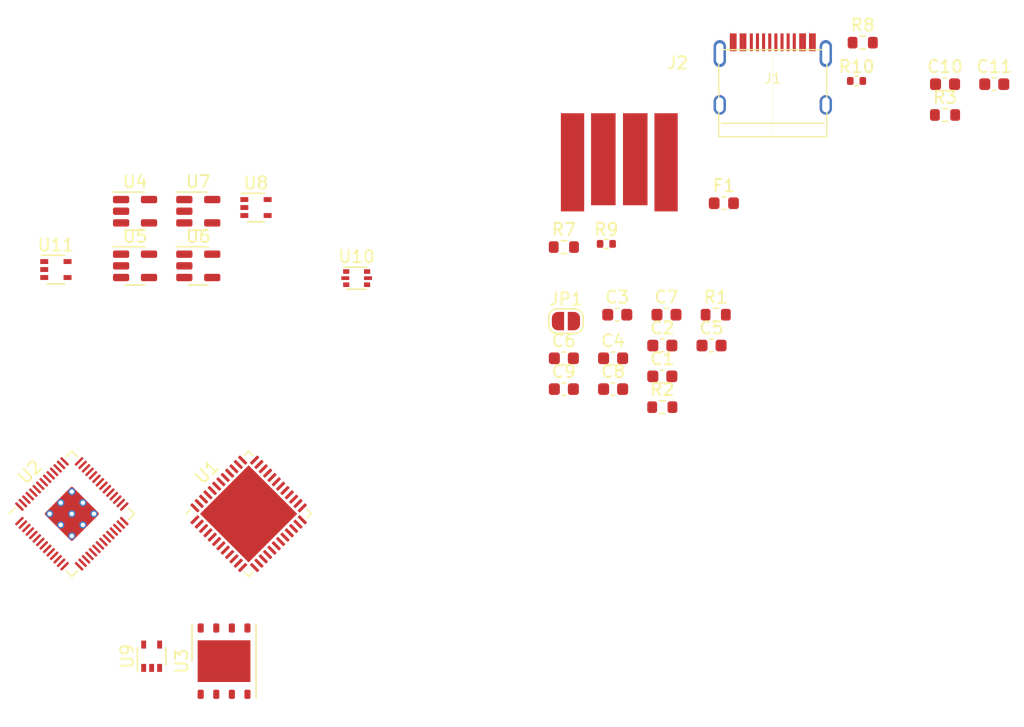
<source format=kicad_pcb>
(kicad_pcb (version 20211014) (generator pcbnew)
  (layers (0 "F.Cu" signal) (1 "In1.Cu" signal) (2 "In2.Cu" signal) (31 "B.Cu" signal) (34 "B.Paste" user) (35 "F.Paste" user) (36 "B.SilkS" user "B.Silkscreen") (37 "F.SilkS" user "F.Silkscreen") (38 "B.Mask" user) (39 "F.Mask" user) (44 "Edge.Cuts" user))
  (net 0 "")
  (net 1 "+3V3")
  (net 2 "GND")
  (net 3 "/iCE40/R2IAV")
  (net 4 "/iCE40/R2IST")
  (net 5 "+2V5")
  (net 6 "/iCE40/I2RAV")
  (net 7 "+1V8")
  (net 9 "+1V2")
  (net 10 "/RP2040/CDONE")
  (net 11 "/Flash/SPI_ICE_SD1")
  (net 12 "/Flash/SPI_CLK_ICE")
  (net 13 "/Flash/SPI_~{CS}_ICE")
  (net 14 "/Flash/SPI_ICE_SD0")
  (net 15 "/RP2040/DQ1")
  (net 16 "/RP2040/DQ0")
  (net 17 "/RP2040/DQ3")
  (net 18 "/RP2040/DQ2")
  (net 19 "/RP2040/DQ4")
  (net 20 "/RP2040/DQ5")
  (net 21 "/RP2040/DQ6")
  (net 22 "/RP2040/DQ7")
  (net 23 "/IO/ICELED0")
  (net 24 "/IO/ICELED1")
  (net 25 "/IO/ICELED2")
  (net 26 "/iCE40/I2RST")
  (net 27 "/Flash/SPI_~{CS}_~{EN}")
  (net 28 "/RP2040/DP")
  (net 29 "/RP2040/DM")
  (net 30 "/IO/RPADC3")
  (net 31 "/IO/RPADC2")
  (net 32 "/IO/RPADC1")
  (net 33 "/IO/RPADC0")
  (net 34 "/IO/RX")
  (net 35 "/IO/TX")
  (net 36 "/IO/~{RESET}")
  (net 37 "/IO/SWDIO")
  (net 38 "/IO/SWCLK")
  (net 39 "/RP2040/I2RST")
  (net 40 "/RP2040/I2RAV")
  (net 41 "/RP2040/R2IST")
  (net 42 "/RP2040/R2IAV")
  (net 43 "VBUS")
  (net 44 "/RP2040/~{CRESET}")
  (net 45 "/Power supplies/~{OC}DET")
  (net 46 "/Power supplies/3V3PROTO")
  (net 47 "/Power supplies/V12GOOD")
  (net 48 "/Power supplies/V33GD")
  (net 49 "/IO/RPIO6")
  (net 50 "/IO/RPIO5")
  (net 51 "/IO/RPIO4")
  (net 52 "/IO/RPIO3")
  (net 53 "/IO/RPIO2")
  (net 54 "/IO/RPIO1")
  (net 55 "/IO/RPIO0")
  (net 56 "/IO/RPLED1")
  (net 57 "/IO/RPLED0")
  (net 58 "/RP2040/DVDD")
  (net 59 "/RP2040/VREG_OUT")
  (net 60 "/RP2040/VREG_IN")
  (net 61 "/RP2040/XOUT")
  (net 62 "/RP2040/XIN")
  (net 63 "/RP2040/IOVDD")
  (net 64 "/RP2040/USB_VDD")
  (net 65 "/RP2040/ADC_VDD")
  (net 67 "/iCE40/ICEIO0")
  (net 68 "/iCE40/ICEIO2")
  (net 69 "/iCE40/ICEIO5")
  (net 70 "/iCE40/ICEIO4")
  (net 71 "/iCE40/ICEIO3")
  (net 72 "/iCE40/ICEIO1")
  (net 73 "/iCE40/ICELVIO1")
  (net 75 "/iCE40/ICELVIO0")
  (net 76 "/iCE40/ICELVIO3")
  (net 77 "/iCE40/ICELVIO2")
  (net 78 "/iCE40/ICELVIO4")
  (net 79 "/iCE40/VCCPLL")
  (net 80 "/iCE40/ICELVIO5")
  (net 81 "/iCE40/ICELVIO6")
  (net 82 "/iCE40/VDD_LVIO")
  (net 83 "/iCE40/ICELVIO7")
  (net 84 "/iCE40/ICELVIO9")
  (net 85 "/iCE40/ICELVIO10")
  (net 86 "/iCE40/ICELVIO8")
  (net 87 "/iCE40/ICELVIO12")
  (net 88 "/iCE40/ICELVIO13")
  (net 89 "/iCE40/ICELVIO11")
  (net 90 "/iCE40/ICERST")
  (net 91 "/Flash/~{CS}")
  (net 92 "Net-(R9-Pad1)")
  (net 93 "/Flash/SPI_RP_SD2")
  (net 94 "/Flash/SPI_RP_SD3")
  (net 95 "/Power supplies/V33GOOD")
  (net 96 "/USB connector/D+")
  (net 97 "/USB connector/D-")
  (net 98 "/USB connector/VUSB")
  (net 99 "/USB connector/CC1")
  (net 101 "/USB connector/CC2")
  (net 103 "Net-(R10-Pad1)")
  (footprint "Package_DFN_QFN:QFN-48-1EP_7x7mm_P0.5mm_EP5.6x5.6mm" (layer "F.Cu") (at 129.4 94.3 45)
    (fp_text reference "U1" (at 0 -4.82 45) (layer "F.SilkS"))
    (fp_text value "ICE5LP1K-SG48")
    (fp_line (start 3.61 -3.61) (end 3.61 -3.135) (layer "F.SilkS") (width 0.12))
    (fp_line (start 3.61 3.61) (end 3.61 3.135) (layer "F.SilkS") (width 0.12))
    (fp_line (start 3.135 -3.61) (end 3.61 -3.61) (layer "F.SilkS") (width 0.12))
    (fp_line (start -3.135 -3.61) (end -3.61 -3.61) (layer "F.SilkS") (width 0.12))
    (fp_line (start -3.135 3.61) (end -3.61 3.61) (layer "F.SilkS") (width 0.12))
    (fp_line (start -3.61 3.61) (end -3.61 3.135) (layer "F.SilkS") (width 0.12))
    (fp_line (start 3.135 3.61) (end 3.61 3.61) (layer "F.SilkS") (width 0.12))
    (pad "1" smd roundrect (at -3.4375 -2.75 45) (size 0.875 0.25) (layers "F.Cu" "F.Paste" "F.Mask") (net 1 "+3V3"))
    (pad "2" smd roundrect (at -3.4375 -2.25 45) (size 0.875 0.25) (layers "F.Cu" "F.Paste" "F.Mask") (net 18 "/RP2040/DQ2"))
    (pad "3" smd roundrect (at -3.4375 -1.75 45) (size 0.875 0.25) (layers "F.Cu" "F.Paste" "F.Mask") (net 15 "/RP2040/DQ1"))
    (pad "4" smd roundrect (at -3.4375 -1.25 45) (size 0.875 0.25) (layers "F.Cu" "F.Paste" "F.Mask") (net 16 "/RP2040/DQ0"))
    (pad "5" smd roundrect (at -3.4375 -0.75 45) (size 0.875 0.25) (layers "F.Cu" "F.Paste" "F.Mask") (net 9 "+1V2"))
    (pad "6" smd roundrect (at -3.4375 -0.25 45) (size 0.875 0.25) (layers "F.Cu" "F.Paste" "F.Mask") (net 3 "/iCE40/R2IAV"))
    (pad "7" smd roundrect (at -3.4375 0.25 45) (size 0.875 0.25) (layers "F.Cu" "F.Paste" "F.Mask") (net 10 "/RP2040/CDONE"))
    (pad "8" smd roundrect (at -3.4375 0.75 45) (size 0.875 0.25) (layers "F.Cu" "F.Paste" "F.Mask") (net 90 "/iCE40/ICERST"))
    (pad "9" smd roundrect (at -3.4375 1.25 45) (size 0.875 0.25) (layers "F.Cu" "F.Paste" "F.Mask") (net 4 "/iCE40/R2IST"))
    (pad "10" smd roundrect (at -3.4375 1.75 45) (size 0.875 0.25) (layers "F.Cu" "F.Paste" "F.Mask") (net 6 "/iCE40/I2RAV"))
    (pad "11" smd roundrect (at -3.4375 2.25 45) (size 0.875 0.25) (layers "F.Cu" "F.Paste" "F.Mask") (net 26 "/iCE40/I2RST"))
    (pad "12" smd roundrect (at -3.4375 2.75 45) (size 0.875 0.25) (layers "F.Cu" "F.Paste" "F.Mask") (net 67 "/iCE40/ICEIO0"))
    (pad "13" smd roundrect (at -2.75 3.4375 45) (size 0.25 0.875) (layers "F.Cu" "F.Paste" "F.Mask") (net 72 "/iCE40/ICEIO1"))
    (pad "14" smd roundrect (at -2.25 3.4375 45) (size 0.25 0.875) (layers "F.Cu" "F.Paste" "F.Mask") (net 11 "/Flash/SPI_ICE_SD1"))
    (pad "15" smd roundrect (at -1.75 3.4375 45) (size 0.25 0.875) (layers "F.Cu" "F.Paste" "F.Mask") (net 12 "/Flash/SPI_CLK_ICE"))
    (pad "16" smd roundrect (at -1.25 3.4375 45) (size 0.25 0.875) (layers "F.Cu" "F.Paste" "F.Mask") (net 13 "/Flash/SPI_~{CS}_ICE"))
    (pad "17" smd roundrect (at -0.75 3.4375 45) (size 0.25 0.875) (layers "F.Cu" "F.Paste" "F.Mask") (net 14 "/Flash/SPI_ICE_SD0"))
    (pad "18" smd roundrect (at -0.25 3.4375 45) (size 0.25 0.875) (layers "F.Cu" "F.Paste" "F.Mask") (net 68 "/iCE40/ICEIO2"))
    (pad "19" smd roundrect (at 0.25 3.4375 45) (size 0.25 0.875) (layers "F.Cu" "F.Paste" "F.Mask") (net 71 "/iCE40/ICEIO3"))
    (pad "20" smd roundrect (at 0.75 3.4375 45) (size 0.25 0.875) (layers "F.Cu" "F.Paste" "F.Mask") (net 70 "/iCE40/ICEIO4"))
    (pad "21" smd roundrect (at 1.25 3.4375 45) (size 0.25 0.875) (layers "F.Cu" "F.Paste" "F.Mask") (net 69 "/iCE40/ICEIO5"))
    (pad "22" smd roundrect (at 1.75 3.4375 45) (size 0.25 0.875) (layers "F.Cu" "F.Paste" "F.Mask") (net 1 "+3V3"))
    (pad "23" smd roundrect (at 2.25 3.4375 45) (size 0.25 0.875) (layers "F.Cu" "F.Paste" "F.Mask") (net 75 "/iCE40/ICELVIO0"))
    (pad "24" smd roundrect (at 2.75 3.4375 45) (size 0.25 0.875) (layers "F.Cu" "F.Paste" "F.Mask") (net 5 "+2V5"))
    (pad "25" smd roundrect (at 3.4375 2.75 45) (size 0.875 0.25) (layers "F.Cu" "F.Paste" "F.Mask") (net 73 "/iCE40/ICELVIO1"))
    (pad "26" smd roundrect (at 3.4375 2.25 45) (size 0.875 0.25) (layers "F.Cu" "F.Paste" "F.Mask") (net 77 "/iCE40/ICELVIO2"))
    (pad "27" smd roundrect (at 3.4375 1.75 45) (size 0.875 0.25) (layers "F.Cu" "F.Paste" "F.Mask") (net 76 "/iCE40/ICELVIO3"))
    (pad "28" smd roundrect (at 3.4375 1.25 45) (size 0.875 0.25) (layers "F.Cu" "F.Paste" "F.Mask") (net 78 "/iCE40/ICELVIO4"))
    (pad "29" smd roundrect (at 3.4375 0.75 45) (size 0.875 0.25) (layers "F.Cu" "F.Paste" "F.Mask") (net 79 "/iCE40/VCCPLL"))
    (pad "30" smd roundrect (at 3.4375 0.25 45) (size 0.875 0.25) (layers "F.Cu" "F.Paste" "F.Mask") (net 9 "+1V2"))
    (pad "31" smd roundrect (at 3.4375 -0.25 45) (size 0.875 0.25) (layers "F.Cu" "F.Paste" "F.Mask") (net 80 "/iCE40/ICELVIO5"))
    (pad "32" smd roundrect (at 3.4375 -0.75 45) (size 0.875 0.25) (layers "F.Cu" "F.Paste" "F.Mask") (net 81 "/iCE40/ICELVIO6"))
    (pad "33" smd roundrect (at 3.4375 -1.25 45) (size 0.875 0.25) (layers "F.Cu" "F.Paste" "F.Mask") (net 82 "/iCE40/VDD_LVIO"))
    (pad "34" smd roundrect (at 3.4375 -1.75 45) (size 0.875 0.25) (layers "F.Cu" "F.Paste" "F.Mask") (net 83 "/iCE40/ICELVIO7"))
    (pad "35" smd roundrect (at 3.4375 -2.25 45) (size 0.875 0.25) (layers "F.Cu" "F.Paste" "F.Mask") (net 86 "/iCE40/ICELVIO8"))
    (pad "36" smd roundrect (at 3.4375 -2.75 45) (size 0.875 0.25) (layers "F.Cu" "F.Paste" "F.Mask") (net 84 "/iCE40/ICELVIO9"))
    (pad "37" smd roundrect (at 2.75 -3.4375 45) (size 0.25 0.875) (layers "F.Cu" "F.Paste" "F.Mask") (net 85 "/iCE40/ICELVIO10"))
    (pad "38" smd roundrect (at 2.25 -3.4375 45) (size 0.25 0.875) (layers "F.Cu" "F.Paste" "F.Mask") (net 89 "/iCE40/ICELVIO11"))
    (pad "39" smd roundrect (at 1.75 -3.4375 45) (size 0.25 0.875) (layers "F.Cu" "F.Paste" "F.Mask") (net 23 "/IO/ICELED0"))
    (pad "40" smd roundrect (at 1.25 -3.4375 45) (size 0.25 0.875) (layers "F.Cu" "F.Paste" "F.Mask") (net 24 "/IO/ICELED1"))
    (pad "41" smd roundrect (at 0.75 -3.4375 45) (size 0.25 0.875) (layers "F.Cu" "F.Paste" "F.Mask") (net 25 "/IO/ICELED2"))
    (pad "42" smd roundrect (at 0.25 -3.4375 45) (size 0.25 0.875) (layers "F.Cu" "F.Paste" "F.Mask") (net 87 "/iCE40/ICELVIO12"))
    (pad "43" smd roundrect (at -0.25 -3.4375 45) (size 0.25 0.875) (layers "F.Cu" "F.Paste" "F.Mask") (net 88 "/iCE40/ICELVIO13"))
    (pad "44" smd roundrect (at -0.75 -3.4375 45) (size 0.25 0.875) (layers "F.Cu" "F.Paste" "F.Mask") (net 22 "/RP2040/DQ7"))
    (pad "45" smd roundrect (at -1.25 -3.4375 45) (size 0.25 0.875) (layers "F.Cu" "F.Paste" "F.Mask") (net 21 "/RP2040/DQ6"))
    (pad "46" smd roundrect (at -1.75 -3.4375 45) (size 0.25 0.875) (layers "F.Cu" "F.Paste" "F.Mask") (net 20 "/RP2040/DQ5"))
    (pad "47" smd roundrect (at -2.25 -3.4375 45) (size 0.25 0.875) (layers "F.Cu" "F.Paste" "F.Mask") (net 19 "/RP2040/DQ4"))
    (pad "48" smd roundrect (at -2.75 -3.4375 45) (size 0.25 0.875) (layers "F.Cu" "F.Paste" "F.Mask") (net 17 "/RP2040/DQ3"))
    (pad "49" smd rect (at 0 0 45) (size 5.6 5.6) (layers "F.Cu" "F.Mask") (net 2 "GND"))
  )
  (footprint "Resistor_SMD:R_0603_1608Metric" (layer "F.Cu") (at 167.45 78.08)
    (fp_text reference "R1" (at 0 -1.43) (layer "F.SilkS"))
    (fp_text value "47k")
    (fp_line (start -0.237258 -0.5225) (end 0.237258 -0.5225) (layer "F.SilkS") (width 0.12))
    (fp_line (start -0.237258 0.5225) (end 0.237258 0.5225) (layer "F.SilkS") (width 0.12))
    (pad "1" smd roundrect (at -0.825 0) (size 0.8 0.95) (layers "F.Cu" "F.Paste" "F.Mask") (net 43 "VBUS"))
    (pad "2" smd roundrect (at 0.825 0) (size 0.8 0.95) (layers "F.Cu" "F.Paste" "F.Mask") (net 45 "/Power supplies/~{OC}DET"))
  )
  (footprint "Package_TO_SOT_SMD:SOT-23-5" (layer "F.Cu") (at 120.15 74.1)
    (fp_text reference "U5" (at 0 -2.4) (layer "F.SilkS"))
    (fp_text value "AP2171W")
    (fp_line (start 0 1.56) (end -0.8 1.56) (layer "F.SilkS") (width 0.12))
    (fp_line (start 0 -1.56) (end -1.8 -1.56) (layer "F.SilkS") (width 0.12))
    (fp_line (start 0 1.56) (end 0.8 1.56) (layer "F.SilkS") (width 0.12))
    (fp_line (start 0 -1.56) (end 0.8 -1.56) (layer "F.SilkS") (width 0.12))
    (pad "1" smd roundrect (at -1.1375 -0.95) (size 1.325 0.6) (layers "F.Cu" "F.Paste" "F.Mask") (net 1 "+3V3"))
    (pad "2" smd roundrect (at -1.1375 0) (size 1.325 0.6) (layers "F.Cu" "F.Paste" "F.Mask") (net 2 "GND"))
    (pad "3" smd roundrect (at -1.1375 0.95) (size 1.325 0.6) (layers "F.Cu" "F.Paste" "F.Mask") (net 45 "/Power supplies/~{OC}DET"))
    (pad "4" smd roundrect (at 1.1375 0.95) (size 1.325 0.6) (layers "F.Cu" "F.Paste" "F.Mask") (net 47 "/Power supplies/V12GOOD"))
    (pad "5" smd roundrect (at 1.1375 -0.95) (size 1.325 0.6) (layers "F.Cu" "F.Paste" "F.Mask") (net 46 "/Power supplies/3V3PROTO"))
  )
  (footprint "Resistor_SMD:R_0402_1005Metric" (layer "F.Cu") (at 178.92 59.04)
    (fp_text reference "R10" (at 0 -1.17) (layer "F.SilkS"))
    (fp_text value "27.4")
    (fp_line (start -0.153641 -0.38) (end 0.153641 -0.38) (layer "F.SilkS") (width 0.12))
    (fp_line (start -0.153641 0.38) (end 0.153641 0.38) (layer "F.SilkS") (width 0.12))
    (pad "1" smd roundrect (at -0.51 0) (size 0.54 0.64) (layers "F.Cu" "F.Paste" "F.Mask") (net 103 "Net-(R10-Pad1)"))
    (pad "2" smd roundrect (at 0.51 0) (size 0.54 0.64) (layers "F.Cu" "F.Paste" "F.Mask") (net 28 "/RP2040/DP"))
  )
  (footprint "Capacitor_SMD:C_0603_1608Metric" (layer "F.Cu") (at 159.09 81.63)
    (fp_text reference "C4" (at 0 -1.43) (layer "F.SilkS"))
    (fp_text value "1uF")
    (fp_line (start -0.14058 -0.51) (end 0.14058 -0.51) (layer "F.SilkS") (width 0.12))
    (fp_line (start -0.14058 0.51) (end 0.14058 0.51) (layer "F.SilkS") (width 0.12))
    (pad "1" smd roundrect (at -0.775 0) (size 0.9 0.95) (layers "F.Cu" "F.Paste" "F.Mask") (net 46 "/Power supplies/3V3PROTO"))
    (pad "2" smd roundrect (at 0.775 0) (size 0.9 0.95) (layers "F.Cu" "F.Paste" "F.Mask") (net 2 "GND"))
  )
  (footprint "Resistor_SMD:R_0603_1608Metric" (layer "F.Cu") (at 163.1 85.61)
    (fp_text reference "R2" (at 0 -1.43) (layer "F.SilkS"))
    (fp_text value "10k")
    (fp_line (start -0.237258 0.5225) (end 0.237258 0.5225) (layer "F.SilkS") (width 0.12))
    (fp_line (start -0.237258 -0.5225) (end 0.237258 -0.5225) (layer "F.SilkS") (width 0.12))
    (pad "1" smd roundrect (at -0.825 0) (size 0.8 0.95) (layers "F.Cu" "F.Paste" "F.Mask") (net 1 "+3V3"))
    (pad "2" smd roundrect (at 0.825 0) (size 0.8 0.95) (layers "F.Cu" "F.Paste" "F.Mask") (net 95 "/Power supplies/V33GOOD"))
  )
  (footprint "Capacitor_SMD:C_0603_1608Metric" (layer "F.Cu") (at 159.43 78.08)
    (fp_text reference "C3" (at 0 -1.43) (layer "F.SilkS"))
    (fp_text value "1uF")
    (fp_line (start -0.14058 -0.51) (end 0.14058 -0.51) (layer "F.SilkS") (width 0.12))
    (fp_line (start -0.14058 0.51) (end 0.14058 0.51) (layer "F.SilkS") (width 0.12))
    (pad "1" smd roundrect (at -0.775 0) (size 0.9 0.95) (layers "F.Cu" "F.Paste" "F.Mask") (net 46 "/Power supplies/3V3PROTO"))
    (pad "2" smd roundrect (at 0.775 0) (size 0.9 0.95) (layers "F.Cu" "F.Paste" "F.Mask") (net 2 "GND"))
  )
  (footprint "Resistor_SMD:R_0603_1608Metric" (layer "F.Cu") (at 155.08 72.57)
    (fp_text reference "R7" (at 0 -1.43) (layer "F.SilkS"))
    (fp_text value "5.1k")
    (fp_line (start -0.237258 -0.5225) (end 0.237258 -0.5225) (layer "F.SilkS") (width 0.12))
    (fp_line (start -0.237258 0.5225) (end 0.237258 0.5225) (layer "F.SilkS") (width 0.12))
    (pad "1" smd roundrect (at -0.825 0) (size 0.8 0.95) (layers "F.Cu" "F.Paste" "F.Mask") (net 99 "/USB connector/CC1"))
    (pad "2" smd roundrect (at 0.825 0) (size 0.8 0.95) (layers "F.Cu" "F.Paste" "F.Mask") (net 2 "GND"))
  )
  (footprint "Capacitor_SMD:C_0603_1608Metric" (layer "F.Cu") (at 155.08 81.63)
    (fp_text reference "C6" (at 0 -1.43) (layer "F.SilkS"))
    (fp_text value "1uF")
    (fp_line (start -0.14058 -0.51) (end 0.14058 -0.51) (layer "F.SilkS") (width 0.12))
    (fp_line (start -0.14058 0.51) (end 0.14058 0.51) (layer "F.SilkS") (width 0.12))
    (pad "1" smd roundrect (at -0.775 0) (size 0.9 0.95) (layers "F.Cu" "F.Paste" "F.Mask") (net 5 "+2V5"))
    (pad "2" smd roundrect (at 0.775 0) (size 0.9 0.95) (layers "F.Cu" "F.Paste" "F.Mask") (net 2 "GND"))
  )
  (footprint "Resistor_SMD:R_0402_1005Metric" (layer "F.Cu") (at 158.54 72.31)
    (fp_text reference "R9" (at 0 -1.17) (layer "F.SilkS"))
    (fp_text value "27.4")
    (fp_line (start -0.153641 -0.38) (end 0.153641 -0.38) (layer "F.SilkS") (width 0.12))
    (fp_line (start -0.153641 0.38) (end 0.153641 0.38) (layer "F.SilkS") (width 0.12))
    (pad "1" smd roundrect (at -0.51 0) (size 0.54 0.64) (layers "F.Cu" "F.Paste" "F.Mask") (net 92 "Net-(R9-Pad1)"))
    (pad "2" smd roundrect (at 0.51 0) (size 0.54 0.64) (layers "F.Cu" "F.Paste" "F.Mask") (net 29 "/RP2040/DM"))
  )
  (footprint "Package_TO_SOT_SMD:SOT-353_SC-70-5" (layer "F.Cu") (at 130 69.35)
    (fp_text reference "U8" (at 0 -2) (layer "F.SilkS"))
    (fp_text value "MIC5366-1.8YC5")
    (fp_line (start -0.7 1.16) (end 0.7 1.16) (layer "F.SilkS") (width 0.12))
    (fp_line (start 0.7 -1.16) (end -1.2 -1.16) (layer "F.SilkS") (width 0.12))
    (pad "1" smd rect (at -0.95 -0.65) (size 0.65 0.4) (layers "F.Cu" "F.Paste" "F.Mask") (net 46 "/Power supplies/3V3PROTO"))
    (pad "2" smd rect (at -0.95 0) (size 0.65 0.4) (layers "F.Cu" "F.Paste" "F.Mask") (net 2 "GND"))
    (pad "3" smd rect (at -0.95 0.65) (size 0.65 0.4) (layers "F.Cu" "F.Paste" "F.Mask") (net 46 "/Power supplies/3V3PROTO"))
    (pad "4" smd rect (at 0.95 0.65) (size 0.65 0.4) (layers "F.Cu" "F.Paste" "F.Mask"))
    (pad "5" smd rect (at 0.95 -0.65) (size 0.65 0.4) (layers "F.Cu" "F.Paste" "F.Mask") (net 7 "+1V8"))
  )
  (footprint "Resistor_SMD:R_0603_1608Metric" (layer "F.Cu") (at 186.13 61.81)
    (fp_text reference "R3" (at 0 -1.43) (layer "F.SilkS"))
    (fp_text value "10k")
    (fp_line (start -0.237258 0.5225) (end 0.237258 0.5225) (layer "F.SilkS") (width 0.12))
    (fp_line (start -0.237258 -0.5225) (end 0.237258 -0.5225) (layer "F.SilkS") (width 0.12))
    (pad "1" smd roundrect (at -0.825 0) (size 0.8 0.95) (layers "F.Cu" "F.Paste" "F.Mask") (net 1 "+3V3"))
    (pad "2" smd roundrect (at 0.825 0) (size 0.8 0.95) (layers "F.Cu" "F.Paste" "F.Mask") (net 13 "/Flash/SPI_~{CS}_ICE"))
  )
  (footprint "Package_TO_SOT_SMD:TSOT-23-5" (layer "F.Cu") (at 125.3 74.1)
    (fp_text reference "U6" (at 0 -2.4) (layer "F.SilkS"))
    (fp_text value "NCV8164ASN120T1G")
    (fp_line (start 0 -1.56) (end -1.8 -1.56) (layer "F.SilkS") (width 0.12))
    (fp_line (start 0 1.56) (end -0.8 1.56) (layer "F.SilkS") (width 0.12))
    (fp_line (start 0 -1.56) (end 0.8 -1.56) (layer "F.SilkS") (width 0.12))
    (fp_line (start 0 1.56) (end 0.8 1.56) (layer "F.SilkS") (width 0.12))
    (pad "1" smd roundrect (at -1.1375 -0.95) (size 1.325 0.6) (layers "F.Cu" "F.Paste" "F.Mask") (net 46 "/Power supplies/3V3PROTO"))
    (pad "2" smd roundrect (at -1.1375 0) (size 1.325 0.6) (layers "F.Cu" "F.Paste" "F.Mask") (net 2 "GND"))
    (pad "3" smd roundrect (at -1.1375 0.95) (size 1.325 0.6) (layers "F.Cu" "F.Paste" "F.Mask") (net 46 "/Power supplies/3V3PROTO"))
    (pad "4" smd roundrect (at 1.1375 0.95) (size 1.325 0.6) (layers "F.Cu" "F.Paste" "F.Mask") (net 47 "/Power supplies/V12GOOD"))
    (pad "5" smd roundrect (at 1.1375 -0.95) (size 1.325 0.6) (layers "F.Cu" "F.Paste" "F.Mask") (net 9 "+1V2"))
  )
  (footprint "Package_TO_SOT_SMD:SOT-353_SC-70-5" (layer "F.Cu") (at 121.5 105.9 90)
    (fp_text reference "U9" (at 0 -2 90) (layer "F.SilkS"))
    (fp_text value "TS5A3167DCKR")
    (fp_line (start -0.7 1.16) (end 0.7 1.16) (layer "F.SilkS") (width 0.12))
    (fp_line (start 0.7 -1.16) (end -1.2 -1.16) (layer "F.SilkS") (width 0.12))
    (pad "1" smd rect (at -0.95 -0.65 90) (size 0.65 0.4) (layers "F.Cu" "F.Paste" "F.Mask") (net 13 "/Flash/SPI_~{CS}_ICE"))
    (pad "2" smd rect (at -0.95 0 90) (size 0.65 0.4) (layers "F.Cu" "F.Paste" "F.Mask") (net 91 "/Flash/~{CS}"))
    (pad "3" smd rect (at -0.95 0.65 90) (size 0.65 0.4) (layers "F.Cu" "F.Paste" "F.Mask") (net 2 "GND"))
    (pad "4" smd rect (at 0.95 0.65 90) (size 0.65 0.4) (layers "F.Cu" "F.Paste" "F.Mask") (net 27 "/Flash/SPI_~{CS}_~{EN}"))
    (pad "5" smd rect (at 0.95 -0.65 90) (size 0.65 0.4) (layers "F.Cu" "F.Paste" "F.Mask") (net 1 "+3V3"))
  )
  (footprint "Package_TO_SOT_SMD:SOT-666" (layer "F.Cu") (at 138.2 75.1)
    (fp_text reference "U10" (at 0 -1.75) (layer "F.SilkS"))
    (fp_text value "USBLC6-2P6")
    (fp_line (start 0.8 -0.9) (end -1.1 -0.9) (layer "F.SilkS") (width 0.12))
    (fp_line (start -0.8 0.9) (end 0.8 0.9) (layer "F.SilkS") (width 0.12))
    (pad "1" smd rect (at -0.85 -0.5375) (size 0.5 0.375) (layers "F.Cu" "F.Paste" "F.Mask") (net 96 "/USB connector/D+"))
    (pad "2" smd rect (at -0.925 0) (size 0.65 0.3) (layers "F.Cu" "F.Paste" "F.Mask") (net 2 "GND"))
    (pad "3" smd rect (at -0.85 0.5375) (size 0.5 0.375) (layers "F.Cu" "F.Paste" "F.Mask") (net 97 "/USB connector/D-"))
    (pad "4" smd rect (at 0.85 0.5375) (size 0.5 0.375) (layers "F.Cu" "F.Paste" "F.Mask") (net 92 "Net-(R9-Pad1)"))
    (pad "5" smd rect (at 0.925 0) (size 0.65 0.3) (layers "F.Cu" "F.Paste" "F.Mask") (net 43 "VBUS"))
    (pad "6" smd rect (at 0.85 -0.5375) (size 0.5 0.375) (layers "F.Cu" "F.Paste" "F.Mask") (net 103 "Net-(R10-Pad1)"))
  )
  (footprint "Capacitor_SMD:C_0603_1608Metric" (layer "F.Cu") (at 159.09 84.14)
    (fp_text reference "C8" (at 0 -1.43) (layer "F.SilkS"))
    (fp_text value "1uF")
    (fp_line (start -0.14058 -0.51) (end 0.14058 -0.51) (layer "F.SilkS") (width 0.12))
    (fp_line (start -0.14058 0.51) (end 0.14058 0.51) (layer "F.SilkS") (width 0.12))
    (pad "1" smd roundrect (at -0.775 0) (size 0.9 0.95) (layers "F.Cu" "F.Paste" "F.Mask") (net 9 "+1V2"))
    (pad "2" smd roundrect (at 0.775 0) (size 0.9 0.95) (layers "F.Cu" "F.Paste" "F.Mask") (net 2 "GND"))
  )
  (footprint "Fuse:Fuse_0603_1608Metric" (layer "F.Cu") (at 168.1125 69)
    (fp_text reference "F1" (at 0 -1.43) (layer "F.SilkS"))
    (fp_text value "1~1.5A")
    (fp_line (start -0.162779 -0.51) (end 0.162779 -0.51) (layer "F.SilkS") (width 0.12))
    (fp_line (start -0.162779 0.51) (end 0.162779 0.51) (layer "F.SilkS") (width 0.12))
    (pad "1" smd roundrect (at -0.7875 0) (size 0.875 0.95) (layers "F.Cu" "F.Paste" "F.Mask") (net 98 "/USB connector/VUSB"))
    (pad "2" smd roundrect (at 0.7875 0) (size 0.875 0.95) (layers "F.Cu" "F.Paste" "F.Mask") (net 43 "VBUS"))
  )
  (footprint "Capacitor_SMD:C_0603_1608Metric" (layer "F.Cu") (at 163.44 78.08)
    (fp_text reference "C7" (at 0 -1.43) (layer "F.SilkS"))
    (fp_text value "1uF")
    (fp_line (start -0.14058 0.51) (end 0.14058 0.51) (layer "F.SilkS") (width 0.12))
    (fp_line (start -0.14058 -0.51) (end 0.14058 -0.51) (layer "F.SilkS") (width 0.12))
    (pad "1" smd roundrect (at -0.775 0) (size 0.9 0.95) (layers "F.Cu" "F.Paste" "F.Mask") (net 7 "+1V8"))
    (pad "2" smd roundrect (at 0.775 0) (size 0.9 0.95) (layers "F.Cu" "F.Paste" "F.Mask") (net 2 "GND"))
  )
  (footprint "Capacitor_SMD:C_0603_1608Metric" (layer "F.Cu") (at 190.14 59.3)
    (fp_text reference "C11" (at 0 -1.43) (layer "F.SilkS"))
    (fp_text value "100nF")
    (fp_line (start -0.14058 0.51) (end 0.14058 0.51) (layer "F.SilkS") (width 0.12))
    (fp_line (start -0.14058 -0.51) (end 0.14058 -0.51) (layer "F.SilkS") (width 0.12))
    (pad "1" smd roundrect (at -0.775 0) (size 0.9 0.95) (layers "F.Cu" "F.Paste" "F.Mask") (net 2 "GND"))
    (pad "2" smd roundrect (at 0.775 0) (size 0.9 0.95) (layers "F.Cu" "F.Paste" "F.Mask") (net 1 "+3V3"))
  )
  (footprint "Capacitor_SMD:C_0603_1608Metric" (layer "F.Cu") (at 186.13 59.3)
    (fp_text reference "C10" (at 0 -1.43) (layer "F.SilkS"))
    (fp_text value "100nF")
    (fp_line (start -0.14058 0.51) (end 0.14058 0.51) (layer "F.SilkS") (width 0.12))
    (fp_line (start -0.14058 -0.51) (end 0.14058 -0.51) (layer "F.SilkS") (width 0.12))
    (pad "1" smd roundrect (at -0.775 0) (size 0.9 0.95) (layers "F.Cu" "F.Paste" "F.Mask") (net 2 "GND"))
    (pad "2" smd roundrect (at 0.775 0) (size 0.9 0.95) (layers "F.Cu" "F.Paste" "F.Mask") (net 1 "+3V3"))
  )
  (footprint "Capacitor_SMD:C_0603_1608Metric" (layer "F.Cu") (at 167.11 80.59)
    (fp_text reference "C5" (at 0 -1.43) (layer "F.SilkS"))
    (fp_text value "1uF")
    (fp_line (start -0.14058 0.51) (end 0.14058 0.51) (layer "F.SilkS") (width 0.12))
    (fp_line (start -0.14058 -0.51) (end 0.14058 -0.51) (layer "F.SilkS") (width 0.12))
    (pad "1" smd roundrect (at -0.775 0) (size 0.9 0.95) (layers "F.Cu" "F.Paste" "F.Mask") (net 46 "/Power supplies/3V3PROTO"))
    (pad "2" smd roundrect (at 0.775 0) (size 0.9 0.95) (layers "F.Cu" "F.Paste" "F.Mask") (net 2 "GND"))
  )
  (footprint "iCE2040:CONN-USB-A-PCB-TRACES" (layer "F.Cu") (at 159.59532 70.56532)
    (fp_text reference "J2" hide)
    (fp_text value "USB_A" hide)
    (fp_text user "${REFERENCE}" (at 4.75 -13) (layer "F.SilkS"))
    (pad "1" connect rect locked (at 3.81 -4.9) (size 1.9 8) (layers "F.Cu" "F.Mask") (net 98 "/USB connector/VUSB"))
    (pad "2" connect rect locked (at 1.3 -5.15) (size 2 7.5) (layers "F.Cu" "F.Mask") (net 97 "/USB connector/D-"))
    (pad "3" connect rect locked (at -1.3 -5.15) (size 2 7.5) (layers "F.Cu" "F.Mask") (net 96 "/USB connector/D+"))
    (pad "4" connect rect locked (at -3.81 -4.9) (size 1.9 8) (layers "F.Cu" "F.Mask") (net 2 "GND"))
  )
  (footprint "Package_SON:WSON-8-1EP_6x5mm_P1.27mm_EP3.4x4.3mm" (layer "F.Cu") (at 127.4 106.3 90)
    (fp_text reference "U3" (at 0 -3.45 90) (layer "F.SilkS"))
    (fp_text value "W25Q32JVZP")
    (fp_line (start -3 2.61) (end 3 2.61) (layer "F.SilkS") (width 0.12))
    (fp_line (start 0 -2.61) (end 3 -2.61) (layer "F.SilkS") (width 0.12))
    (pad "1" smd roundrect (at -2.7 -1.905 90) (size 0.75 0.5) (layers "F.Cu" "F.Paste" "F.Mask") (net 91 "/Flash/~{CS}"))
    (pad "2" smd roundrect (at -2.7 -0.635 90) (size 0.75 0.5) (layers "F.Cu" "F.Paste" "F.Mask") (net 11 "/Flash/SPI_ICE_SD1"))
    (pad "3" smd roundrect (at -2.7 0.635 90) (size 0.75 0.5) (layers "F.Cu" "F.Paste" "F.Mask") (net 93 "/Flash/SPI_RP_SD2"))
    (pad "4" smd roundrect (at -2.7 1.905 90) (size 0.75 0.5) (layers "F.Cu" "F.Paste" "F.Mask") (net 2 "GND"))
    (pad "5" smd roundrect (at 2.7 1.905 90) (size 0.75 0.5) (layers "F.Cu" "F.Paste" "F.Mask") (net 14 "/Flash/SPI_ICE_SD0"))
    (pad "6" smd roundrect (at 2.7 0.635 90) (size 0.75 0.5) (layers "F.Cu" "F.Paste" "F.Mask") (net 12 "/Flash/SPI_CLK_ICE"))
    (pad "7" smd roundrect (at 2.7 -0.635 90) (size 0.75 0.5) (layers "F.Cu" "F.Paste" "F.Mask") (net 94 "/Flash/SPI_RP_SD3"))
    (pad "8" smd roundrect (at 2.7 -1.905 90) (size 0.75 0.5) (layers "F.Cu" "F.Paste" "F.Mask") (net 1 "+3V3"))
    (pad "9" smd rect (at 0 0 90) (size 3.4 4.3) (layers "F.Cu" "F.Mask") (net 2 "GND"))
  )
  (footprint "Capacitor_SMD:C_0603_1608Metric" (layer "F.Cu") (at 155.08 84.14)
    (fp_text reference "C9" (at 0 -1.43) (layer "F.SilkS"))
    (fp_text value "1u")
    (fp_line (start -0.14058 0.51) (end 0.14058 0.51) (layer "F.SilkS") (width 0.12))
    (fp_line (start -0.14058 -0.51) (end 0.14058 -0.51) (layer "F.SilkS") (width 0.12))
    (pad "1" smd roundrect (at -0.775 0) (size 0.9 0.95) (layers "F.Cu" "F.Paste" "F.Mask") (net 95 "/Power supplies/V33GOOD"))
    (pad "2" smd roundrect (at 0.775 0) (size 0.9 0.95) (layers "F.Cu" "F.Paste" "F.Mask") (net 2 "GND"))
  )
  (footprint "Resistor_SMD:R_0603_1608Metric" (layer "F.Cu") (at 179.425 55.9175)
    (fp_text reference "R8" (at 0 -1.43) (layer "F.SilkS"))
    (fp_text value "5.1k")
    (fp_line (start -0.237258 -0.5225) (end 0.237258 -0.5225) (layer "F.SilkS") (width 0.12))
    (fp_line (start -0.237258 0.5225) (end 0.237258 0.5225) (layer "F.SilkS") (width 0.12))
    (pad "1" smd roundrect (at -0.825 0) (size 0.8 0.95) (layers "F.Cu" "F.Paste" "F.Mask") (net 101 "/USB connector/CC2"))
    (pad "2" smd roundrect (at 0.825 0) (size 0.8 0.95) (layers "F.Cu" "F.Paste" "F.Mask") (net 2 "GND"))
  )
  (footprint "MCU_RaspberryPi_and_Boards:RP2040-QFN-56" (layer "F.Cu") (at 115 94.3 45)
    (fp_text reference "U2" (at 0 -4.82 45) (layer "F.SilkS"))
    (fp_text value "RP2040")
    (fp_line (start 2.96 -3.61) (end 3.61 -3.61) (layer "F.SilkS") (width 0.12))
    (fp_line (start 3.61 3.61) (end 3.61 2.96) (layer "F.SilkS") (width 0.12))
    (fp_line (start -2.96 -3.61) (end -3.61 -3.61) (layer "F.SilkS") (width 0.12))
    (fp_line (start 3.61 -3.61) (end 3.61 -2.96) (layer "F.SilkS") (width 0.12))
    (fp_line (start 2.96 3.61) (end 3.61 3.61) (layer "F.SilkS") (width 0.12))
    (fp_line (start -3.61 3.61) (end -3.61 2.96) (layer "F.SilkS") (width 0.12))
    (fp_line (start -2.96 3.61) (end -3.61 3.61) (layer "F.SilkS") (width 0.12))
    (pad "1" smd roundrect locked (at -3.4375 -2.6 45) (size 0.875 0.2) (layers "F.Cu" "F.Paste" "F.Mask") (net 63 "/RP2040/IOVDD"))
    (pad "2" smd roundrect locked (at -3.4375 -2.2 45) (size 0.875 0.2) (layers "F.Cu" "F.Paste" "F.Mask") (net 35 "/IO/TX"))
    (pad "3" smd roundrect locked (at -3.4375 -1.8 45) (size 0.875 0.2) (layers "F.Cu" "F.Paste" "F.Mask") (net 34 "/IO/RX"))
    (pad "4" smd roundrect locked (at -3.4375 -1.4 45) (size 0.875 0.2) (layers "F.Cu" "F.Paste" "F.Mask") (net 55 "/IO/RPIO0"))
    (pad "5" smd roundrect locked (at -3.4375 -1 45) (size 0.875 0.2) (layers "F.Cu" "F.Paste" "F.Mask") (net 54 "/IO/RPIO1"))
    (pad "6" smd roundrect locked (at -3.4375 -0.6 45) (size 0.875 0.2) (layers "F.Cu" "F.Paste" "F.Mask") (net 53 "/IO/RPIO2"))
    (pad "7" smd roundrect locked (at -3.4375 -0.2 45) (size 0.875 0.2) (layers "F.Cu" "F.Paste" "F.Mask") (net 52 "/IO/RPIO3"))
    (pad "8" smd roundrect locked (at -3.4375 0.2 45) (size 0.875 0.2) (layers "F.Cu" "F.Paste" "F.Mask") (net 51 "/IO/RPIO4"))
    (pad "9" smd roundrect locked (at -3.4375 0.6 45) (size 0.875 0.2) (layers "F.Cu" "F.Paste" "F.Mask") (net 50 "/IO/RPIO5"))
    (pad "10" smd roundrect locked (at -3.4375 1 45) (size 0.875 0.2) (layers "F.Cu" "F.Paste" "F.Mask") (net 63 "/RP2040/IOVDD"))
    (pad "11" smd roundrect locked (at -3.4375 1.4 45) (size 0.875 0.2) (layers "F.Cu" "F.Paste" "F.Mask") (net 49 "/IO/RPIO6"))
    (pad "12" smd roundrect locked (at -3.4375 1.8 45) (size 0.875 0.2) (layers "F.Cu" "F.Paste" "F.Mask") (net 27 "/Flash/SPI_~{CS}_~{EN}"))
    (pad "13" smd roundrect locked (at -3.4375 2.2 45) (size 0.875 0.2) (layers "F.Cu" "F.Paste" "F.Mask") (net 39 "/RP2040/I2RST"))
    (pad "14" smd roundrect locked (at -3.4375 2.6 45) (size 0.875 0.2) (layers "F.Cu" "F.Paste" "F.Mask") (net 40 "/RP2040/I2RAV"))
    (pad "15" smd roundrect locked (at -2.6 3.4375 45) (size 0.2 0.875) (layers "F.Cu" "F.Paste" "F.Mask") (net 41 "/RP2040/R2IST"))
    (pad "16" smd roundrect locked (at -2.2 3.4375 45) (size 0.2 0.875) (layers "F.Cu" "F.Paste" "F.Mask") (net 44 "/RP2040/~{CRESET}"))
    (pad "17" smd roundrect locked (at -1.8 3.4375 45) (size 0.2 0.875) (layers "F.Cu" "F.Paste" "F.Mask") (net 10 "/RP2040/CDONE"))
    (pad "18" smd roundrect locked (at -1.4 3.4375 45) (size 0.2 0.875) (layers "F.Cu" "F.Paste" "F.Mask") (net 42 "/RP2040/R2IAV"))
    (pad "19" smd roundrect locked (at -1 3.4375 45) (size 0.2 0.875) (layers "F.Cu" "F.Paste" "F.Mask") (net 2 "GND"))
    (pad "20" smd roundrect locked (at -0.6 3.4375 45) (size 0.2 0.875) (layers "F.Cu" "F.Paste" "F.Mask") (net 62 "/RP2040/XIN"))
    (pad "21" smd roundrect locked (at -0.2 3.4375 45) (size 0.2 0.875) (layers "F.Cu" "F.Paste" "F.Mask") (net 61 "/RP2040/XOUT"))
    (pad "22" smd roundrect locked (at 0.2 3.4375 45) (size 0.2 0.875) (layers "F.Cu" "F.Paste" "F.Mask") (net 63 "/RP2040/IOVDD"))
    (pad "23" smd roundrect locked (at 0.6 3.4375 45) (size 0.2 0.875) (layers "F.Cu" "F.Paste" "F.Mask") (net 58 "/RP2040/DVDD"))
    (pad "24" smd roundrect locked (at 1 3.4375 45) (size 0.2 0.875) (layers "F.Cu" "F.Paste" "F.Mask") (net 38 "/IO/SWCLK"))
    (pad "25" smd roundrect locked (at 1.4 3.4375 45) (size 0.2 0.875) (layers "F.Cu" "F.Paste" "F.Mask") (net 37 "/IO/SWDIO"))
    (pad "26" smd roundrect locked (at 1.8 3.4375 45) (size 0.2 0.875) (layers "F.Cu" "F.Paste" "F.Mask") (net 36 "/IO/~{RESET}"))
    (pad "27" smd roundrect locked (at 2.2 3.4375 45) (size 0.2 0.875) (layers "F.Cu" "F.Paste" "F.Mask") (net 16 "/RP2040/DQ0"))
    (pad "28" smd roundrect locked (at 2.6 3.4375 45) (size 0.2 0.875) (layers "F.Cu" "F.Paste" "F.Mask") (net 15 "/RP2040/DQ1"))
    (pad "29" smd roundrect locked (at 3.4375 2.6 45) (size 0.875 0.2) (layers "F.Cu" "F.Paste" "F.Mask") (net 18 "/RP2040/DQ2"))
    (pad "30" smd roundrect locked (at 3.4375 2.2 45) (size 0.875 0.2) (layers "F.Cu" "F.Paste" "F.Mask") (net 17 "/RP2040/DQ3"))
    (pad "31" smd roundrect locked (at 3.4375 1.8 45) (size 0.875 0.2) (layers "F.Cu" "F.Paste" "F.Mask") (net 19 "/RP2040/DQ4"))
    (pad "32" smd roundrect locked (at 3.4375 1.4 45) (size 0.875 0.2) (layers "F.Cu" "F.Paste" "F.Mask") (net 20 "/RP2040/DQ5"))
    (pad "33" smd roundrect locked (at 3.4375 1 45) (size 0.875 0.2) (layers "F.Cu" "F.Paste" "F.Mask") (net 63 "/RP2040/IOVDD"))
    (pad "34" smd roundrect locked (at 3.4375 0.6 45) (size 0.875 0.2) (layers "F.Cu" "F.Paste" "F.Mask") (net 21 "/RP2040/DQ6"))
    (pad "35" smd roundrect locked (at 3.4375 0.2 45) (size 0.875 0.2) (layers "F.Cu" "F.Paste" "F.Mask") (net 22 "/RP2040/DQ7"))
    (pad "36" smd roundrect locked (at 3.4375 -0.2 45) (size 0.875 0.2) (layers "F.Cu" "F.Paste" "F.Mask") (net 57 "/IO/RPLED0"))
    (pad "37" smd roundrect locked (at 3.4375 -0.6 45) (size 0.875 0.2) (layers "F.Cu" "F.Paste" "F.Mask") (net 56 "/IO/RPLED1"))
    (pad "38" smd roundrect locked (at 3.4375 -1 45) (size 0.875 0.2) (layers "F.Cu" "F.Paste" "F.Mask") (net 33 "/IO/RPADC0"))
    (pad "39" smd roundrect locked (at 3.4375 -1.4 45) (size 0.875 0.2) (layers "F.Cu" "F.Paste" "F.Mask") (net 32 "/IO/RPADC1"))
    (pad "40" smd roundrect locked (at 3.4375 -1.8 45) (size 0.875 0.2) (layers "F.Cu" "F.Paste" "F.Mask") (net 31 "/IO/RPADC2"))
    (pad "41" smd roundrect locked (at 3.4375 -2.2 45) (size 0.875 0.2) (layers "F.Cu" "F.Paste" "F.Mask") (net 30 "/IO/RPADC3"))
    (pad "42" smd roundrect locked (at 3.4375 -2.6 45) (size 0.875 0.2) (layers "F.Cu" "F.Paste" "F.Mask") (net 63 "/RP2040/IOVDD"))
    (pad "43" smd roundrect locked (at 2.6 -3.4375 45) (size 0.2 0.875) (layers "F.Cu" "F.Paste" "F.Mask") (net 65 "/RP2040/ADC_VDD"))
    (pad "44" smd roundrect locked (at 2.2 -3.4375 45) (size 0.2 0.875) (layers "F.Cu" "F.Paste" "F.Mask") (net 60 "/RP2040/VREG_IN"))
    (pad "45" smd roundrect locked (at 1.8 -3.4375 45) (size 0.2 0.875) (layers "F.Cu" "F.Paste" "F.Mask") (net 59 "/RP2040/VREG_OUT"))
    (pad "46" smd roundrect locked (at 1.4 -3.4375 45) (size 0.2 0.875) (layers "F.Cu" "F.Paste" "F.Mask") (net 29 "/RP2040/DM"))
    (pad "47" smd roundrect locked (at 1 -3.4375 45) (size 0.2 0.875) (layers "F.Cu" "F.Paste" "F.Mask") (net 28 "/RP2040/DP"))
    (pad "48" smd roundrect locked (at 0.6 -3.4375 45) (size 0.2 0.875) (layers "F.Cu" "F.Paste" "F.Mask") (net 64 "/RP2040/USB_VDD"))
    (pad "49" smd roundrect locked (at 0.2 -3.4375 45) (size 0.2 0.875) (layers "F.Cu" "F.Paste" "F.Mask") (net 63 "/RP2040/IOVDD"))
    (pad "50" smd roundrect locked (at -0.2 -3.4375 45) (size 0.2 0.875) (layers "F.Cu" "F.Paste" "F.Mask") (net 58 "/RP2040/DVDD"))
    (pad "51" smd roundrect locked (at -0.6 -3.4375 45) (size 0.2 0.875) (layers "F.Cu" "F.Paste" "F.Mask") (net 94 "/Flash/SPI_RP_SD3"))
    (pad "52" smd roundrect locked (at -1 -3.4375 45) (size 0.2 0.875) (layers "F.Cu" "F.Paste" "F.Mask") (net 12 "/Flash/SPI_CLK_ICE"))
    (pad "53" smd roundrect locked (at -1.4 -3.4375 45) (size 0.2 0.875) (layers "F.Cu" "F.Paste" "F.Mask") (net 14 "/Flash/SPI_ICE_SD0"))
    (pad "54" smd roundrect locked (at -1.8 -3.4375 45) (size 0.2 0.875) (layers "F.Cu" "F.Paste" "F.Mask") (net 93 "/Flash/SPI_RP_SD2"))
    (pad "55" smd roundrect locked (at -2.2 -3.4375 45) (size 0.2 0.875) (layers "F.Cu" "F.Paste" "F.Mask") (net 11 "/Flash/SPI_ICE_SD1"))
    (pad "56" smd roundrect locked (at -2.6 -3.4375 45) (size 0.2 0.875) (layers "F.Cu" "F.Paste" "F.Mask") (net 13 "/Flash/SPI_~{CS}_ICE"))
    (pad "57" thru_hole circle locked (at -1.275 1.275 45) (size 0.6 0.6) (drill 0.35) (layers *.Cu) (net 2 "GND"))
    (pad "57" smd roundrect locked (at 0 0 45) (size 3.2 3.2) (layers "F.Cu" "F.Mask") (roundrect_rratio 0.045) (net 2 "GND"))
    (pad "57" thru_hole circle locked (at 0 0 45) (size 0.6 0.6) (drill 0.35) (layers *.Cu) (net 2 "GND"))
    (pad "57" thru_hole circle locked (at 1.275 0 45) (size 0.6 0.6) (drill 0.35) (layers *.Cu) (net 2 "GND"))
    (pad "57" thru_hole circle locked (at 0 1.275 45) (size 0.6 0.6) (drill 0.35) (layers *.Cu) (net 2 "GND"))
    (pad "57" thru_hole circle locked (at -1.275 0 45) (size 0.6 0.6) (drill 0.35) (layers *.Cu) (net 2 "GND"))
    (pad "57" thru_hole circle locked (at 1.275 1.275 45) (size 0.6 0.6) (drill 0.35) (layers *.Cu) (net 2 "GND"))
    (pad "57" thru_hole circle locked (at 0 -1.275 45) (size 0.6 0.6) (drill 0.35) (layers *.Cu) (net 2 "GND"))
    (pad "57" thru_hole circle locked (at -1.275 -1.275 45) (size 0.6 0.6) (drill 0.35) (layers *.Cu) (net 2 "GND"))
    (pad "57" thru_hole circle locked (at 1.275 -1.275 45) (size 0.6 0.6) (drill 0.35) (layers *.Cu) (net 2 "GND"))
  )
  (footprint "Jumper:SolderJumper-2_P1.3mm_Open_RoundedPad1.0x1.5mm" (layer "F.Cu") (at 155.25 78.6)
    (fp_text reference "JP1" (at 0 -1.8) (layer "F.SilkS"))
    (fp_text value "SolderJumper_2_Open")
    (fp_line (start -1.4 0.3) (end -1.4 -0.3) (layer "F.SilkS") (width 0.12))
    (fp_line (start 0.7 1) (end -0.7 1) (layer "F.SilkS") (width 0.12))
    (fp_line (start 1.4 -0.3) (end 1.4 0.3) (layer "F.SilkS") (width 0.12))
    (fp_line (start -0.7 -1) (end 0.7 -1) (layer "F.SilkS") (width 0.12))
    (fp_arc (start -0.7 1) (mid -1.194975 0.794975) (end -1.4 0.3) (layer "F.SilkS") (width 0.12))
    (fp_arc (start -1.4 -0.3) (mid -1.194975 -0.794975) (end -0.7 -1) (layer "F.SilkS") (width 0.12))
    (fp_arc (start 1.4 0.3) (mid 1.194975 0.794975) (end 0.7 1) (layer "F.SilkS") (width 0.12))
    (fp_arc (start 0.7 -1) (mid 1.194975 -0.794975) (end 1.4 -0.3) (layer "F.SilkS") (width 0.12))
    (pad "1" smd custom (at -0.65 0) (size 1 0.5) (layers "F.Cu" "F.Mask") (net 46 "/Power supplies/3V3PROTO") (options (clearance outline) (anchor rect)) (primitives (gr_circle (center 0 0.25) (end 0.5 0.25) (width 0) (fill yes)) (gr_circle (center 0 -0.25) (end 0.5 -0.25) (width 0) (fill yes)) (gr_poly (pts (xy 0.5 0.75) (xy 0 0.75) (xy 0 -0.75) (xy 0.5 -0.75)) (width 0) (fill yes))))
    (pad "2" smd custom (at 0.65 0) (size 1 0.5) (layers "F.Cu" "F.Mask") (net 5 "+2V5") (options (clearance outline) (anchor rect)) (primitives (gr_circle (center 0 0.25) (end 0.5 0.25) (width 0) (fill yes)) (gr_circle (center 0 -0.25) (end 0.5 -0.25) (width 0) (fill yes)) (gr_poly (pts (xy 0 0.75) (xy -0.5 0.75) (xy -0.5 -0.75) (xy 0 -0.75)) (width 0) (fill yes))))
  )
  (footprint "Capacitor_SMD:C_0603_1608Metric" (layer "F.Cu") (at 163.1 83.1)
    (fp_text reference "C1" (at 0 -1.43) (layer "F.SilkS"))
    (fp_text value "1uF")
    (fp_line (start -0.14058 -0.51) (end 0.14058 -0.51) (layer "F.SilkS") (width 0.12))
    (fp_line (start -0.14058 0.51) (end 0.14058 0.51) (layer "F.SilkS") (width 0.12))
    (pad "1" smd roundrect (at -0.775 0) (size 0.9 0.95) (layers "F.Cu" "F.Paste" "F.Mask") (net 43 "VBUS"))
    (pad "2" smd roundrect (at 0.775 0) (size 0.9 0.95) (layers "F.Cu" "F.Paste" "F.Mask") (net 2 "GND"))
  )
  (footprint "iCE2040:TYPE-C-31-M-12" (layer "F.Cu") (at 172.1 60.9875)
    (fp_text reference "J1" (at 0 -2.15 -180) (layer "F.SilkS") (effects (font (size 0.8 0.8) (thickness 0.1))))
    (fp_text value "USB_C_Receptacle_USB2.0")
    (fp_line (start 4.2 1.5) (end -4.2 1.5) (layer "F.SilkS") (width 0.1))
    (fp_line (start 4.4 2.6) (end -4.4 2.6) (layer "F.SilkS") (width 0.1))
    (fp_line (start 0 -4.02) (end 0 2.3) (layer "F.SilkS") (width 0.02))
    (fp_line (start -4.4 -4.5) (end 4.4 -4.5) (layer "F.SilkS") (width 0.1))
    (fp_line (start -4.4 -4.5) (end -4.4 2.6) (layer "F.SilkS") (width 0.1))
    (fp_line (start 4.4 -4.5) (end 4.4 2.6) (layer "F.SilkS") (width 0.1))
    (pad "" np_thru_hole circle (at 2.9 -3.65) (size 0.65 0.65) (drill 0.65) (layers *.Cu *.Mask) (clearance 0.01))
    (pad "" np_thru_hole circle (at -2.9 -3.65) (size 0.65 0.65) (drill 0.65) (layers *.Cu *.Mask) (clearance 0.01))
    (pad "A1" smd rect (at -3.375 -5.1) (size 0.25 1.45) (layers "F.Cu" "F.Paste" "F.Mask") (net 2 "GND"))
    (pad "A4" smd rect (at -2.575 -5.1) (size 0.25 1.45) (layers "F.Cu" "F.Paste" "F.Mask") (net 98 "/USB connector/VUSB"))
    (pad "A5" smd rect (at -1.25 -5.1) (size 0.25 1.45) (layers "F.Cu" "F.Paste" "F.Mask") (net 99 "/USB connector/CC1"))
    (pad "A6" smd rect (at -0.25 -5.1) (size 0.25 1.45) (layers "F.Cu" "F.Paste" "F.Mask") (net 96 "/USB connector/D+"))
    (pad "A7" smd rect (at 0.25 -5.1) (size 0.25 1.45) (layers "F.Cu" "F.Paste" "F.Mask") (net 97 "/USB connector/D-"))
    (pad "A8" smd rect (at 1.25 -5.1) (size 0.25 1.45) (layers "F.Cu" "F.Paste" "F.Mask"))
    (pad "A9" smd rect (at 2.575 -5.1) (size 0.25 1.45) (layers "F.Cu" "F.Paste" "F.Mask") (net 98 "/USB connector/VUSB"))
    (pad "A12" smd rect (at 3.375 -5.1) (size 0.25 1.45) (layers "F.Cu" "F.Paste" "F.Mask") (net 2 "GND"))
    (pad "B1" smd rect (at 3.1 -5.1) (size 0.3 1.45) (layers "F.Cu" "F.Paste" "F.Mask") (net 2 "GND"))
    (pad "B4" smd rect (at 2.3 -5.1) (size 0.3 1.45) (layers "F.Cu" "F.Paste" "F.Mask") (net 98 "/USB connector/VUSB"))
    (pad "B5" smd rect (at 1.75 -5.1) (size 0.25 1.45) (layers "F.Cu" "F.Paste" "F.Mask") (net 101 "/USB connector/CC2"))
    (pad "B6" smd rect (at 0.75 -5.1) (size 0.25 1.45) (layers "F.Cu" "F.Paste" "F.Mask") (net 96 "/USB connector/D+"))
    (pad "B7" smd rect (at -0.75 -5.1) (size 0.25 1.45) (layers "F.Cu" "F.Paste" "F.Mask") (net 97 "/USB connector/D-"))
    (pad "B8" smd rect (at -1.75 -5.1) (size 0.25 1.45) (layers "F.Cu" "F.Paste" "F.Mask"))
    (pad "B9" smd rect (at -2.3 -5.1) (size 0.3 1.45) (layers "F.Cu" "F.Paste" "F.Mask") (net 98 "/USB connector/VUSB"))
    (pad "B12" smd rect (at -3.1 -5.1) (size 0.3 1.45) (layers "F.Cu" "F.Paste" "F.Mask") (net 2 "GND"))
    (pad "S1" thru_hole roundrect (at -4.32 -4.18) (size 1 2.2) (drill oval 0.6 1.7) (layers *.Cu *.Mask) (roundrect_rratio 0.5) (net 2 "GND"))
    (pad "S1" thru_hole roundrect (at 4.32 0) (size 1 1.6) (drill oval 0.6 1.2) (layers *.Cu *.Mask) (roundrect_rratio 0.5) (net 2 "GND"))
    (pad "S1" thru_hole roundrect (at -4.32 0) (size 1 1.6) (drill oval 0.6 1.2) (layers *.Cu *.Mask) (roundrect_rratio 0.5) (net 2 "GND"))
    (pad "S1" thru_hole roundrect (at 4.32 -4.18) (size 1 2.2) (drill oval 0.6 1.7) (layers *.Cu *.Mask) (roundrect_rratio 0.5) (net 2 "GND"))
  )
  (footprint "Capacitor_SMD:C_0603_1608Metric" (layer "F.Cu") (at 163.1 80.59)
    (fp_text reference "C2" (at 0 -1.43) (layer "F.SilkS"))
    (fp_text value "1uF")
    (fp_line (start -0.14058 0.51) (end 0.14058 0.51) (layer "F.SilkS") (width 0.12))
    (fp_line (start -0.14058 -0.51) (end 0.14058 -0.51) (layer "F.SilkS") (width 0.12))
    (pad "1" smd roundrect (at -0.775 0) (size 0.9 0.95) (layers "F.Cu" "F.Paste" "F.Mask") (net 46 "/Power supplies/3V3PROTO"))
    (pad "2" smd roundrect (at 0.775 0) (size 0.9 0.95) (layers "F.Cu" "F.Paste" "F.Mask") (net 2 "GND"))
  )
  (footprint "Package_TO_SOT_SMD:TSOT-23-5" (layer "F.Cu") (at 125.3 69.65)
    (fp_text reference "U7" (at 0 -2.4) (layer "F.SilkS"))
    (fp_text value "NCP115ASN250T2G")
    (fp_line (start 0 -1.56) (end 0.8 -1.56) (layer "F.SilkS") (width 0.12))
    (fp_line (start 0 1.56) (end 0.8 1.56) (layer "F.SilkS") (width 0.12))
    (fp_line (start 0 -1.56) (end -1.8 -1.56) (layer "F.SilkS") (width 0.12))
    (fp_line (start 0 1.56) (end -0.8 1.56) (layer "F.SilkS") (width 0.12))
    (pad "1" smd roundrect (at -1.1375 -0.95) (size 1.325 0.6) (layers "F.Cu" "F.Paste" "F.Mask") (net 46 "/Power supplies/3V3PROTO"))
    (pad "2" smd roundrect (at -1.1375 0) (size 1.325 0.6) (layers "F.Cu" "F.Paste" "F.Mask") (net 2 "GND"))
    (pad "3" smd roundrect (at -1.1375 0.95) (size 1.325 0.6) (layers "F.Cu" "F.Paste" "F.Mask") (net 48 "/Power supplies/V33GD"))
    (pad "4" smd roundrect (at 1.1375 0.95) (size 1.325 0.6) (layers "F.Cu" "F.Paste" "F.Mask"))
    (pad "5" smd roundrect (at 1.1375 -0.95) (size 1.325 0.6) (layers "F.Cu" "F.Paste" "F.Mask") (net 5 "+2V5"))
  )
  (footprint "Package_TO_SOT_SMD:SOT-23-5" (layer "F.Cu") (at 120.15 69.65)
    (fp_text reference "U4" (at 0 -2.4) (layer "F.SilkS"))
    (fp_text value "AP2112K-3.3")
    (fp_line (start 0 -1.56) (end 0.8 -1.56) (layer "F.SilkS") (width 0.12))
    (fp_line (start 0 1.56) (end 0.8 1.56) (layer "F.SilkS") (width 0.12))
    (fp_line (start 0 -1.56) (end -1.8 -1.56) (layer "F.SilkS") (width 0.12))
    (fp_line (start 0 1.56) (end -0.8 1.56) (layer "F.SilkS") (width 0.12))
    (pad "1" smd roundrect (at -1.1375 -0.95) (size 1.325 0.6) (layers "F.Cu" "F.Paste" "F.Mask") (net 43 "VBUS"))
    (pad "2" smd roundrect (at -1.1375 0) (size 1.325 0.6) (layers "F.Cu" "F.Paste" "F.Mask") (net 2 "GND"))
    (pad "3" smd roundrect (at -1.1375 0.95) (size 1.325 0.6) (layers "F.Cu" "F.Paste" "F.Mask") (net 45 "/Power supplies/~{OC}DET"))
    (pad "4" smd roundrect (at 1.1375 0.95) (size 1.325 0.6) (layers "F.Cu" "F.Paste" "F.Mask"))
    (pad "5" smd roundrect (at 1.1375 -0.95) (size 1.325 0.6) (layers "F.Cu" "F.Paste" "F.Mask") (net 46 "/Power supplies/3V3PROTO"))
  )
  (footprint "Package_TO_SOT_SMD:SOT-353_SC-70-5" (layer "F.Cu") (at 113.7 74.4)
    (fp_text reference "U11" (at 0 -2) (layer "F.SilkS"))
    (fp_text value "74LVC1G08")
    (fp_line (start -0.7 1.16) (end 0.7 1.16) (layer "F.SilkS") (width 0.12))
    (fp_line (start 0.7 -1.16) (end -1.2 -1.16) (layer "F.SilkS") (width 0.12))
    (pad "1" smd rect (at -0.95 -0.65) (size 0.65 0.4) (layers "F.Cu" "F.Paste" "F.Mask") (net 36 "/IO/~{RESET}"))
    (pad "2" smd rect (at -0.95 0) (size 0.65 0.4) (layers "F.Cu" "F.Paste" "F.Mask") (net 44 "/RP2040/~{CRESET}"))
    (pad "3" smd rect (at -0.95 0.65) (size 0.65 0.4) (layers "F.Cu" "F.Paste" "F.Mask") (net 2 "GND"))
    (pad "4" smd rect (at 0.95 0.65) (size 0.65 0.4) (layers "F.Cu" "F.Paste" "F.Mask") (net 90 "/iCE40/ICERST"))
    (pad "5" smd rect (at 0.95 -0.65) (size 0.65 0.4) (layers "F.Cu" "F.Paste" "F.Mask") (net 1 "+3V3"))
  )
)
</source>
